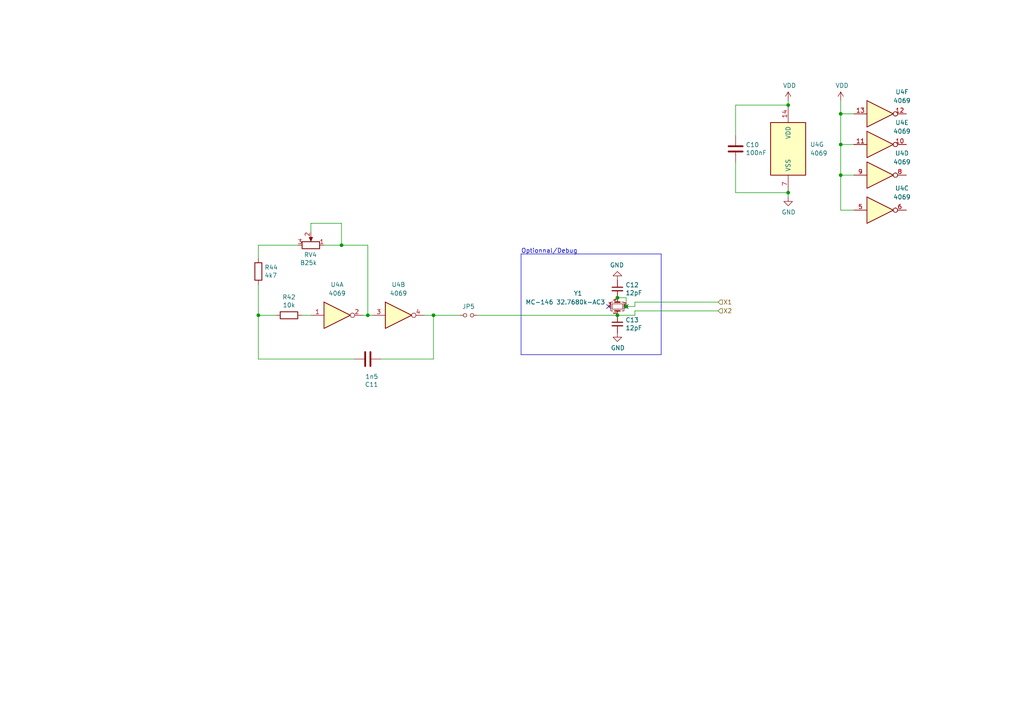
<source format=kicad_sch>
(kicad_sch
	(version 20250114)
	(generator "eeschema")
	(generator_version "9.0")
	(uuid "8e3d6f76-2f26-4b40-99ed-421df7e0b6bb")
	(paper "A4")
	(title_block
		(title "Oscillator")
	)
	(lib_symbols
		(symbol "4xxx:4069"
			(pin_names
				(offset 1.016)
			)
			(exclude_from_sim no)
			(in_bom yes)
			(on_board yes)
			(property "Reference" "U"
				(at 0 1.27 0)
				(effects
					(font
						(size 1.27 1.27)
					)
				)
			)
			(property "Value" "4069"
				(at 0 -1.27 0)
				(effects
					(font
						(size 1.27 1.27)
					)
				)
			)
			(property "Footprint" ""
				(at 0 0 0)
				(effects
					(font
						(size 1.27 1.27)
					)
					(hide yes)
				)
			)
			(property "Datasheet" "http://www.intersil.com/content/dam/Intersil/documents/cd40/cd4069ubms.pdf"
				(at 0 0 0)
				(effects
					(font
						(size 1.27 1.27)
					)
					(hide yes)
				)
			)
			(property "Description" "Hex inverter"
				(at 0 0 0)
				(effects
					(font
						(size 1.27 1.27)
					)
					(hide yes)
				)
			)
			(property "ki_locked" ""
				(at 0 0 0)
				(effects
					(font
						(size 1.27 1.27)
					)
				)
			)
			(property "ki_keywords" "CMOS NOT"
				(at 0 0 0)
				(effects
					(font
						(size 1.27 1.27)
					)
					(hide yes)
				)
			)
			(property "ki_fp_filters" "DIP?14*"
				(at 0 0 0)
				(effects
					(font
						(size 1.27 1.27)
					)
					(hide yes)
				)
			)
			(symbol "4069_1_0"
				(polyline
					(pts
						(xy -3.81 3.81) (xy -3.81 -3.81) (xy 3.81 0) (xy -3.81 3.81)
					)
					(stroke
						(width 0.254)
						(type default)
					)
					(fill
						(type background)
					)
				)
				(pin input line
					(at -7.62 0 0)
					(length 3.81)
					(name "~"
						(effects
							(font
								(size 1.27 1.27)
							)
						)
					)
					(number "1"
						(effects
							(font
								(size 1.27 1.27)
							)
						)
					)
				)
				(pin output inverted
					(at 7.62 0 180)
					(length 3.81)
					(name "~"
						(effects
							(font
								(size 1.27 1.27)
							)
						)
					)
					(number "2"
						(effects
							(font
								(size 1.27 1.27)
							)
						)
					)
				)
			)
			(symbol "4069_2_0"
				(polyline
					(pts
						(xy -3.81 3.81) (xy -3.81 -3.81) (xy 3.81 0) (xy -3.81 3.81)
					)
					(stroke
						(width 0.254)
						(type default)
					)
					(fill
						(type background)
					)
				)
				(pin input line
					(at -7.62 0 0)
					(length 3.81)
					(name "~"
						(effects
							(font
								(size 1.27 1.27)
							)
						)
					)
					(number "3"
						(effects
							(font
								(size 1.27 1.27)
							)
						)
					)
				)
				(pin output inverted
					(at 7.62 0 180)
					(length 3.81)
					(name "~"
						(effects
							(font
								(size 1.27 1.27)
							)
						)
					)
					(number "4"
						(effects
							(font
								(size 1.27 1.27)
							)
						)
					)
				)
			)
			(symbol "4069_3_0"
				(polyline
					(pts
						(xy -3.81 3.81) (xy -3.81 -3.81) (xy 3.81 0) (xy -3.81 3.81)
					)
					(stroke
						(width 0.254)
						(type default)
					)
					(fill
						(type background)
					)
				)
				(pin input line
					(at -7.62 0 0)
					(length 3.81)
					(name "~"
						(effects
							(font
								(size 1.27 1.27)
							)
						)
					)
					(number "5"
						(effects
							(font
								(size 1.27 1.27)
							)
						)
					)
				)
				(pin output inverted
					(at 7.62 0 180)
					(length 3.81)
					(name "~"
						(effects
							(font
								(size 1.27 1.27)
							)
						)
					)
					(number "6"
						(effects
							(font
								(size 1.27 1.27)
							)
						)
					)
				)
			)
			(symbol "4069_4_0"
				(polyline
					(pts
						(xy -3.81 3.81) (xy -3.81 -3.81) (xy 3.81 0) (xy -3.81 3.81)
					)
					(stroke
						(width 0.254)
						(type default)
					)
					(fill
						(type background)
					)
				)
				(pin input line
					(at -7.62 0 0)
					(length 3.81)
					(name "~"
						(effects
							(font
								(size 1.27 1.27)
							)
						)
					)
					(number "9"
						(effects
							(font
								(size 1.27 1.27)
							)
						)
					)
				)
				(pin output inverted
					(at 7.62 0 180)
					(length 3.81)
					(name "~"
						(effects
							(font
								(size 1.27 1.27)
							)
						)
					)
					(number "8"
						(effects
							(font
								(size 1.27 1.27)
							)
						)
					)
				)
			)
			(symbol "4069_5_0"
				(polyline
					(pts
						(xy -3.81 3.81) (xy -3.81 -3.81) (xy 3.81 0) (xy -3.81 3.81)
					)
					(stroke
						(width 0.254)
						(type default)
					)
					(fill
						(type background)
					)
				)
				(pin input line
					(at -7.62 0 0)
					(length 3.81)
					(name "~"
						(effects
							(font
								(size 1.27 1.27)
							)
						)
					)
					(number "11"
						(effects
							(font
								(size 1.27 1.27)
							)
						)
					)
				)
				(pin output inverted
					(at 7.62 0 180)
					(length 3.81)
					(name "~"
						(effects
							(font
								(size 1.27 1.27)
							)
						)
					)
					(number "10"
						(effects
							(font
								(size 1.27 1.27)
							)
						)
					)
				)
			)
			(symbol "4069_6_0"
				(polyline
					(pts
						(xy -3.81 3.81) (xy -3.81 -3.81) (xy 3.81 0) (xy -3.81 3.81)
					)
					(stroke
						(width 0.254)
						(type default)
					)
					(fill
						(type background)
					)
				)
				(pin input line
					(at -7.62 0 0)
					(length 3.81)
					(name "~"
						(effects
							(font
								(size 1.27 1.27)
							)
						)
					)
					(number "13"
						(effects
							(font
								(size 1.27 1.27)
							)
						)
					)
				)
				(pin output inverted
					(at 7.62 0 180)
					(length 3.81)
					(name "~"
						(effects
							(font
								(size 1.27 1.27)
							)
						)
					)
					(number "12"
						(effects
							(font
								(size 1.27 1.27)
							)
						)
					)
				)
			)
			(symbol "4069_7_0"
				(pin power_in line
					(at 0 12.7 270)
					(length 5.08)
					(name "VDD"
						(effects
							(font
								(size 1.27 1.27)
							)
						)
					)
					(number "14"
						(effects
							(font
								(size 1.27 1.27)
							)
						)
					)
				)
				(pin power_in line
					(at 0 -12.7 90)
					(length 5.08)
					(name "VSS"
						(effects
							(font
								(size 1.27 1.27)
							)
						)
					)
					(number "7"
						(effects
							(font
								(size 1.27 1.27)
							)
						)
					)
				)
			)
			(symbol "4069_7_1"
				(rectangle
					(start -5.08 7.62)
					(end 5.08 -7.62)
					(stroke
						(width 0.254)
						(type default)
					)
					(fill
						(type background)
					)
				)
			)
			(embedded_fonts no)
		)
		(symbol "Device:C"
			(pin_numbers
				(hide yes)
			)
			(pin_names
				(offset 0.254)
			)
			(exclude_from_sim no)
			(in_bom yes)
			(on_board yes)
			(property "Reference" "C"
				(at 0.635 2.54 0)
				(effects
					(font
						(size 1.27 1.27)
					)
					(justify left)
				)
			)
			(property "Value" "C"
				(at 0.635 -2.54 0)
				(effects
					(font
						(size 1.27 1.27)
					)
					(justify left)
				)
			)
			(property "Footprint" ""
				(at 0.9652 -3.81 0)
				(effects
					(font
						(size 1.27 1.27)
					)
					(hide yes)
				)
			)
			(property "Datasheet" "~"
				(at 0 0 0)
				(effects
					(font
						(size 1.27 1.27)
					)
					(hide yes)
				)
			)
			(property "Description" "Unpolarized capacitor"
				(at 0 0 0)
				(effects
					(font
						(size 1.27 1.27)
					)
					(hide yes)
				)
			)
			(property "ki_keywords" "cap capacitor"
				(at 0 0 0)
				(effects
					(font
						(size 1.27 1.27)
					)
					(hide yes)
				)
			)
			(property "ki_fp_filters" "C_*"
				(at 0 0 0)
				(effects
					(font
						(size 1.27 1.27)
					)
					(hide yes)
				)
			)
			(symbol "C_0_1"
				(polyline
					(pts
						(xy -2.032 0.762) (xy 2.032 0.762)
					)
					(stroke
						(width 0.508)
						(type default)
					)
					(fill
						(type none)
					)
				)
				(polyline
					(pts
						(xy -2.032 -0.762) (xy 2.032 -0.762)
					)
					(stroke
						(width 0.508)
						(type default)
					)
					(fill
						(type none)
					)
				)
			)
			(symbol "C_1_1"
				(pin passive line
					(at 0 3.81 270)
					(length 2.794)
					(name "~"
						(effects
							(font
								(size 1.27 1.27)
							)
						)
					)
					(number "1"
						(effects
							(font
								(size 1.27 1.27)
							)
						)
					)
				)
				(pin passive line
					(at 0 -3.81 90)
					(length 2.794)
					(name "~"
						(effects
							(font
								(size 1.27 1.27)
							)
						)
					)
					(number "2"
						(effects
							(font
								(size 1.27 1.27)
							)
						)
					)
				)
			)
			(embedded_fonts no)
		)
		(symbol "Device:C_Small"
			(pin_numbers
				(hide yes)
			)
			(pin_names
				(offset 0.254)
				(hide yes)
			)
			(exclude_from_sim no)
			(in_bom yes)
			(on_board yes)
			(property "Reference" "C"
				(at 0.254 1.778 0)
				(effects
					(font
						(size 1.27 1.27)
					)
					(justify left)
				)
			)
			(property "Value" "C_Small"
				(at 0.254 -2.032 0)
				(effects
					(font
						(size 1.27 1.27)
					)
					(justify left)
				)
			)
			(property "Footprint" ""
				(at 0 0 0)
				(effects
					(font
						(size 1.27 1.27)
					)
					(hide yes)
				)
			)
			(property "Datasheet" "~"
				(at 0 0 0)
				(effects
					(font
						(size 1.27 1.27)
					)
					(hide yes)
				)
			)
			(property "Description" "Unpolarized capacitor, small symbol"
				(at 0 0 0)
				(effects
					(font
						(size 1.27 1.27)
					)
					(hide yes)
				)
			)
			(property "ki_keywords" "capacitor cap"
				(at 0 0 0)
				(effects
					(font
						(size 1.27 1.27)
					)
					(hide yes)
				)
			)
			(property "ki_fp_filters" "C_*"
				(at 0 0 0)
				(effects
					(font
						(size 1.27 1.27)
					)
					(hide yes)
				)
			)
			(symbol "C_Small_0_1"
				(polyline
					(pts
						(xy -1.524 0.508) (xy 1.524 0.508)
					)
					(stroke
						(width 0.3048)
						(type default)
					)
					(fill
						(type none)
					)
				)
				(polyline
					(pts
						(xy -1.524 -0.508) (xy 1.524 -0.508)
					)
					(stroke
						(width 0.3302)
						(type default)
					)
					(fill
						(type none)
					)
				)
			)
			(symbol "C_Small_1_1"
				(pin passive line
					(at 0 2.54 270)
					(length 2.032)
					(name "~"
						(effects
							(font
								(size 1.27 1.27)
							)
						)
					)
					(number "1"
						(effects
							(font
								(size 1.27 1.27)
							)
						)
					)
				)
				(pin passive line
					(at 0 -2.54 90)
					(length 2.032)
					(name "~"
						(effects
							(font
								(size 1.27 1.27)
							)
						)
					)
					(number "2"
						(effects
							(font
								(size 1.27 1.27)
							)
						)
					)
				)
			)
			(embedded_fonts no)
		)
		(symbol "Device:Crystal_GND23_Small"
			(pin_names
				(offset 1.016)
				(hide yes)
			)
			(exclude_from_sim no)
			(in_bom yes)
			(on_board yes)
			(property "Reference" "Y"
				(at 1.27 4.445 0)
				(effects
					(font
						(size 1.27 1.27)
					)
					(justify left)
				)
			)
			(property "Value" "Crystal_GND23_Small"
				(at 1.27 2.54 0)
				(effects
					(font
						(size 1.27 1.27)
					)
					(justify left)
				)
			)
			(property "Footprint" ""
				(at 0 0 0)
				(effects
					(font
						(size 1.27 1.27)
					)
					(hide yes)
				)
			)
			(property "Datasheet" "~"
				(at 0 0 0)
				(effects
					(font
						(size 1.27 1.27)
					)
					(hide yes)
				)
			)
			(property "Description" "Four pin crystal, GND on pins 2 and 3, small symbol"
				(at 0 0 0)
				(effects
					(font
						(size 1.27 1.27)
					)
					(hide yes)
				)
			)
			(property "ki_keywords" "quartz ceramic resonator oscillator"
				(at 0 0 0)
				(effects
					(font
						(size 1.27 1.27)
					)
					(hide yes)
				)
			)
			(property "ki_fp_filters" "Crystal*"
				(at 0 0 0)
				(effects
					(font
						(size 1.27 1.27)
					)
					(hide yes)
				)
			)
			(symbol "Crystal_GND23_Small_0_1"
				(polyline
					(pts
						(xy -1.27 1.27) (xy -1.27 1.905) (xy 1.27 1.905) (xy 1.27 1.27)
					)
					(stroke
						(width 0)
						(type default)
					)
					(fill
						(type none)
					)
				)
				(polyline
					(pts
						(xy -1.27 -0.762) (xy -1.27 0.762)
					)
					(stroke
						(width 0.381)
						(type default)
					)
					(fill
						(type none)
					)
				)
				(polyline
					(pts
						(xy -1.27 -1.27) (xy -1.27 -1.905) (xy 1.27 -1.905) (xy 1.27 -1.27)
					)
					(stroke
						(width 0)
						(type default)
					)
					(fill
						(type none)
					)
				)
				(rectangle
					(start -0.762 -1.524)
					(end 0.762 1.524)
					(stroke
						(width 0)
						(type default)
					)
					(fill
						(type none)
					)
				)
				(polyline
					(pts
						(xy 1.27 -0.762) (xy 1.27 0.762)
					)
					(stroke
						(width 0.381)
						(type default)
					)
					(fill
						(type none)
					)
				)
			)
			(symbol "Crystal_GND23_Small_1_1"
				(pin passive line
					(at -2.54 0 0)
					(length 1.27)
					(name "1"
						(effects
							(font
								(size 1.27 1.27)
							)
						)
					)
					(number "1"
						(effects
							(font
								(size 0.762 0.762)
							)
						)
					)
				)
				(pin passive line
					(at 0 2.54 270)
					(length 0.635)
					(name "3"
						(effects
							(font
								(size 1.27 1.27)
							)
						)
					)
					(number "3"
						(effects
							(font
								(size 0.762 0.762)
							)
						)
					)
				)
				(pin passive line
					(at 0 -2.54 90)
					(length 0.635)
					(name "2"
						(effects
							(font
								(size 1.27 1.27)
							)
						)
					)
					(number "2"
						(effects
							(font
								(size 0.762 0.762)
							)
						)
					)
				)
				(pin passive line
					(at 2.54 0 180)
					(length 1.27)
					(name "4"
						(effects
							(font
								(size 1.27 1.27)
							)
						)
					)
					(number "4"
						(effects
							(font
								(size 0.762 0.762)
							)
						)
					)
				)
			)
			(embedded_fonts no)
		)
		(symbol "Device:R"
			(pin_numbers
				(hide yes)
			)
			(pin_names
				(offset 0)
			)
			(exclude_from_sim no)
			(in_bom yes)
			(on_board yes)
			(property "Reference" "R"
				(at 2.032 0 90)
				(effects
					(font
						(size 1.27 1.27)
					)
				)
			)
			(property "Value" "R"
				(at 0 0 90)
				(effects
					(font
						(size 1.27 1.27)
					)
				)
			)
			(property "Footprint" ""
				(at -1.778 0 90)
				(effects
					(font
						(size 1.27 1.27)
					)
					(hide yes)
				)
			)
			(property "Datasheet" "~"
				(at 0 0 0)
				(effects
					(font
						(size 1.27 1.27)
					)
					(hide yes)
				)
			)
			(property "Description" "Resistor"
				(at 0 0 0)
				(effects
					(font
						(size 1.27 1.27)
					)
					(hide yes)
				)
			)
			(property "ki_keywords" "R res resistor"
				(at 0 0 0)
				(effects
					(font
						(size 1.27 1.27)
					)
					(hide yes)
				)
			)
			(property "ki_fp_filters" "R_*"
				(at 0 0 0)
				(effects
					(font
						(size 1.27 1.27)
					)
					(hide yes)
				)
			)
			(symbol "R_0_1"
				(rectangle
					(start -1.016 -2.54)
					(end 1.016 2.54)
					(stroke
						(width 0.254)
						(type default)
					)
					(fill
						(type none)
					)
				)
			)
			(symbol "R_1_1"
				(pin passive line
					(at 0 3.81 270)
					(length 1.27)
					(name "~"
						(effects
							(font
								(size 1.27 1.27)
							)
						)
					)
					(number "1"
						(effects
							(font
								(size 1.27 1.27)
							)
						)
					)
				)
				(pin passive line
					(at 0 -3.81 90)
					(length 1.27)
					(name "~"
						(effects
							(font
								(size 1.27 1.27)
							)
						)
					)
					(number "2"
						(effects
							(font
								(size 1.27 1.27)
							)
						)
					)
				)
			)
			(embedded_fonts no)
		)
		(symbol "FV1-rescue:Jumper_NO_Small-Device"
			(pin_numbers
				(hide yes)
			)
			(pin_names
				(offset 0.762)
				(hide yes)
			)
			(exclude_from_sim no)
			(in_bom yes)
			(on_board yes)
			(property "Reference" "JP"
				(at 0 2.032 0)
				(effects
					(font
						(size 1.27 1.27)
					)
				)
			)
			(property "Value" "Device_Jumper_NO_Small"
				(at 0.254 -1.524 0)
				(effects
					(font
						(size 1.27 1.27)
					)
				)
			)
			(property "Footprint" ""
				(at 0 0 0)
				(effects
					(font
						(size 1.27 1.27)
					)
					(hide yes)
				)
			)
			(property "Datasheet" ""
				(at 0 0 0)
				(effects
					(font
						(size 1.27 1.27)
					)
					(hide yes)
				)
			)
			(property "Description" ""
				(at 0 0 0)
				(effects
					(font
						(size 1.27 1.27)
					)
					(hide yes)
				)
			)
			(property "ki_fp_filters" "SolderJumper*Open* Jumper* TestPoint*2Pads* TestPoint*Bridge*"
				(at 0 0 0)
				(effects
					(font
						(size 1.27 1.27)
					)
					(hide yes)
				)
			)
			(symbol "Jumper_NO_Small-Device_0_1"
				(circle
					(center -1.016 0)
					(radius 0.508)
					(stroke
						(width 0)
						(type solid)
					)
					(fill
						(type none)
					)
				)
				(circle
					(center 1.016 0)
					(radius 0.508)
					(stroke
						(width 0)
						(type solid)
					)
					(fill
						(type none)
					)
				)
				(pin passive line
					(at -2.54 0 0)
					(length 1.016)
					(name "1"
						(effects
							(font
								(size 1.27 1.27)
							)
						)
					)
					(number "1"
						(effects
							(font
								(size 1.27 1.27)
							)
						)
					)
				)
				(pin passive line
					(at 2.54 0 180)
					(length 1.016)
					(name "2"
						(effects
							(font
								(size 1.27 1.27)
							)
						)
					)
					(number "2"
						(effects
							(font
								(size 1.27 1.27)
							)
						)
					)
				)
			)
			(embedded_fonts no)
		)
		(symbol "FV1-rescue:R_POT-Device"
			(pin_names
				(offset 1.016)
				(hide yes)
			)
			(exclude_from_sim no)
			(in_bom yes)
			(on_board yes)
			(property "Reference" "RV"
				(at -4.445 0 90)
				(effects
					(font
						(size 1.27 1.27)
					)
				)
			)
			(property "Value" "Device_R_POT"
				(at -2.54 0 90)
				(effects
					(font
						(size 1.27 1.27)
					)
				)
			)
			(property "Footprint" ""
				(at 0 0 0)
				(effects
					(font
						(size 1.27 1.27)
					)
					(hide yes)
				)
			)
			(property "Datasheet" ""
				(at 0 0 0)
				(effects
					(font
						(size 1.27 1.27)
					)
					(hide yes)
				)
			)
			(property "Description" ""
				(at 0 0 0)
				(effects
					(font
						(size 1.27 1.27)
					)
					(hide yes)
				)
			)
			(property "ki_fp_filters" "Potentiometer*"
				(at 0 0 0)
				(effects
					(font
						(size 1.27 1.27)
					)
					(hide yes)
				)
			)
			(symbol "R_POT-Device_0_1"
				(rectangle
					(start 1.016 2.54)
					(end -1.016 -2.54)
					(stroke
						(width 0.254)
						(type solid)
					)
					(fill
						(type none)
					)
				)
				(polyline
					(pts
						(xy 1.143 0) (xy 2.286 0.508) (xy 2.286 -0.508) (xy 1.143 0)
					)
					(stroke
						(width 0)
						(type solid)
					)
					(fill
						(type outline)
					)
				)
				(polyline
					(pts
						(xy 2.54 0) (xy 1.524 0)
					)
					(stroke
						(width 0)
						(type solid)
					)
					(fill
						(type none)
					)
				)
			)
			(symbol "R_POT-Device_1_1"
				(pin passive line
					(at 0 3.81 270)
					(length 1.27)
					(name "1"
						(effects
							(font
								(size 1.27 1.27)
							)
						)
					)
					(number "1"
						(effects
							(font
								(size 1.27 1.27)
							)
						)
					)
				)
				(pin passive line
					(at 0 -3.81 90)
					(length 1.27)
					(name "3"
						(effects
							(font
								(size 1.27 1.27)
							)
						)
					)
					(number "3"
						(effects
							(font
								(size 1.27 1.27)
							)
						)
					)
				)
				(pin passive line
					(at 3.81 0 180)
					(length 1.27)
					(name "2"
						(effects
							(font
								(size 1.27 1.27)
							)
						)
					)
					(number "2"
						(effects
							(font
								(size 1.27 1.27)
							)
						)
					)
				)
			)
			(embedded_fonts no)
		)
		(symbol "power:GND"
			(power)
			(pin_names
				(offset 0)
			)
			(exclude_from_sim no)
			(in_bom yes)
			(on_board yes)
			(property "Reference" "#PWR"
				(at 0 -6.35 0)
				(effects
					(font
						(size 1.27 1.27)
					)
					(hide yes)
				)
			)
			(property "Value" "GND"
				(at 0 -3.81 0)
				(effects
					(font
						(size 1.27 1.27)
					)
				)
			)
			(property "Footprint" ""
				(at 0 0 0)
				(effects
					(font
						(size 1.27 1.27)
					)
					(hide yes)
				)
			)
			(property "Datasheet" ""
				(at 0 0 0)
				(effects
					(font
						(size 1.27 1.27)
					)
					(hide yes)
				)
			)
			(property "Description" "Power symbol creates a global label with name \"GND\" , ground"
				(at 0 0 0)
				(effects
					(font
						(size 1.27 1.27)
					)
					(hide yes)
				)
			)
			(property "ki_keywords" "global power"
				(at 0 0 0)
				(effects
					(font
						(size 1.27 1.27)
					)
					(hide yes)
				)
			)
			(symbol "GND_0_1"
				(polyline
					(pts
						(xy 0 0) (xy 0 -1.27) (xy 1.27 -1.27) (xy 0 -2.54) (xy -1.27 -1.27) (xy 0 -1.27)
					)
					(stroke
						(width 0)
						(type default)
					)
					(fill
						(type none)
					)
				)
			)
			(symbol "GND_1_1"
				(pin power_in line
					(at 0 0 270)
					(length 0)
					(hide yes)
					(name "GND"
						(effects
							(font
								(size 1.27 1.27)
							)
						)
					)
					(number "1"
						(effects
							(font
								(size 1.27 1.27)
							)
						)
					)
				)
			)
			(embedded_fonts no)
		)
		(symbol "power:VDD"
			(power)
			(pin_names
				(offset 0)
			)
			(exclude_from_sim no)
			(in_bom yes)
			(on_board yes)
			(property "Reference" "#PWR"
				(at 0 -3.81 0)
				(effects
					(font
						(size 1.27 1.27)
					)
					(hide yes)
				)
			)
			(property "Value" "VDD"
				(at 0 3.81 0)
				(effects
					(font
						(size 1.27 1.27)
					)
				)
			)
			(property "Footprint" ""
				(at 0 0 0)
				(effects
					(font
						(size 1.27 1.27)
					)
					(hide yes)
				)
			)
			(property "Datasheet" ""
				(at 0 0 0)
				(effects
					(font
						(size 1.27 1.27)
					)
					(hide yes)
				)
			)
			(property "Description" "Power symbol creates a global label with name \"VDD\""
				(at 0 0 0)
				(effects
					(font
						(size 1.27 1.27)
					)
					(hide yes)
				)
			)
			(property "ki_keywords" "global power"
				(at 0 0 0)
				(effects
					(font
						(size 1.27 1.27)
					)
					(hide yes)
				)
			)
			(symbol "VDD_0_1"
				(polyline
					(pts
						(xy -0.762 1.27) (xy 0 2.54)
					)
					(stroke
						(width 0)
						(type default)
					)
					(fill
						(type none)
					)
				)
				(polyline
					(pts
						(xy 0 2.54) (xy 0.762 1.27)
					)
					(stroke
						(width 0)
						(type default)
					)
					(fill
						(type none)
					)
				)
				(polyline
					(pts
						(xy 0 0) (xy 0 2.54)
					)
					(stroke
						(width 0)
						(type default)
					)
					(fill
						(type none)
					)
				)
			)
			(symbol "VDD_1_1"
				(pin power_in line
					(at 0 0 90)
					(length 0)
					(hide yes)
					(name "VDD"
						(effects
							(font
								(size 1.27 1.27)
							)
						)
					)
					(number "1"
						(effects
							(font
								(size 1.27 1.27)
							)
						)
					)
				)
			)
			(embedded_fonts no)
		)
	)
	(text "Optionnal/Debug"
		(exclude_from_sim no)
		(at 151.13 73.66 0)
		(effects
			(font
				(size 1.27 1.27)
			)
			(justify left bottom)
		)
		(uuid "e8b279ab-e506-47f3-bd88-60a98de3aec4")
	)
	(junction
		(at 179.07 86.36)
		(diameter 0)
		(color 0 0 0 0)
		(uuid "0912e9a2-8132-4d3a-86bd-8a053ca12055")
	)
	(junction
		(at 228.6 55.88)
		(diameter 0)
		(color 0 0 0 0)
		(uuid "0d219acc-accc-47eb-860d-f619cba68b22")
	)
	(junction
		(at 179.07 91.44)
		(diameter 0)
		(color 0 0 0 0)
		(uuid "2fb2c493-24b4-4176-a7df-11e4a62383ac")
	)
	(junction
		(at 106.68 91.44)
		(diameter 0)
		(color 0 0 0 0)
		(uuid "8a38dfcc-6ee7-47b6-8ebc-9b6181ed4880")
	)
	(junction
		(at 125.73 91.44)
		(diameter 0)
		(color 0 0 0 0)
		(uuid "8b98f557-a76b-4e8c-8e8f-a510b5802572")
	)
	(junction
		(at 243.84 33.02)
		(diameter 0)
		(color 0 0 0 0)
		(uuid "9e1159ce-a7ce-4f51-8adb-97e89e696291")
	)
	(junction
		(at 243.84 41.91)
		(diameter 0)
		(color 0 0 0 0)
		(uuid "9e489fd2-ffd0-4a9e-b509-567b9bc73eac")
	)
	(junction
		(at 99.06 71.12)
		(diameter 0)
		(color 0 0 0 0)
		(uuid "a4a72528-f8f0-479d-b683-c31f4d834831")
	)
	(junction
		(at 228.6 30.48)
		(diameter 0)
		(color 0 0 0 0)
		(uuid "b8239c96-9e16-464d-88cb-11cd01a467e4")
	)
	(junction
		(at 243.84 50.8)
		(diameter 0)
		(color 0 0 0 0)
		(uuid "dacc1575-c207-449d-b558-46712a039b9d")
	)
	(junction
		(at 74.93 91.44)
		(diameter 0)
		(color 0 0 0 0)
		(uuid "e68bb882-e85e-4ccb-9756-ac25fe2fd49b")
	)
	(junction
		(at 181.61 88.9)
		(diameter 0)
		(color 0 0 0 0)
		(uuid "f8a8a69b-653e-4484-8fff-67a02fcfb5e7")
	)
	(no_connect
		(at 176.53 88.9)
		(uuid "2ee0561a-1358-4f02-ad13-5544a891a431")
	)
	(no_connect
		(at 181.61 88.9)
		(uuid "e2224597-2492-4262-9167-e85617bb1f31")
	)
	(polyline
		(pts
			(xy 151.13 102.87) (xy 191.77 102.87)
		)
		(stroke
			(width 0)
			(type default)
		)
		(uuid "02f27e36-9299-468c-9f36-807d2dbf4874")
	)
	(wire
		(pts
			(xy 102.87 104.14) (xy 74.93 104.14)
		)
		(stroke
			(width 0)
			(type default)
		)
		(uuid "04444d44-98d9-4f82-9201-c344f4ccedb9")
	)
	(wire
		(pts
			(xy 228.6 29.21) (xy 228.6 30.48)
		)
		(stroke
			(width 0)
			(type default)
		)
		(uuid "104096cd-1b5e-4698-98c3-f8f36c191bb5")
	)
	(polyline
		(pts
			(xy 151.13 73.66) (xy 191.77 73.66)
		)
		(stroke
			(width 0)
			(type default)
		)
		(uuid "142f5acd-03a4-4de2-b298-cbf1c8ab4acf")
	)
	(wire
		(pts
			(xy 179.07 86.36) (xy 181.61 86.36)
		)
		(stroke
			(width 0)
			(type default)
		)
		(uuid "21c28985-d259-41f8-9cd0-20412fb0865f")
	)
	(polyline
		(pts
			(xy 151.13 73.66) (xy 151.13 102.87)
		)
		(stroke
			(width 0)
			(type default)
		)
		(uuid "24cae60b-977b-4022-a908-bba097a2afaf")
	)
	(wire
		(pts
			(xy 110.49 104.14) (xy 125.73 104.14)
		)
		(stroke
			(width 0)
			(type default)
		)
		(uuid "253c3dfb-cac4-4e22-8eac-bfa11df66cfa")
	)
	(wire
		(pts
			(xy 184.15 91.44) (xy 184.15 90.17)
		)
		(stroke
			(width 0)
			(type default)
		)
		(uuid "2a3d5da7-2116-4c27-8780-0022c0815559")
	)
	(wire
		(pts
			(xy 106.68 71.12) (xy 106.68 91.44)
		)
		(stroke
			(width 0)
			(type default)
		)
		(uuid "2b508333-41cf-47cd-b816-f0ac399e93b5")
	)
	(wire
		(pts
			(xy 99.06 64.77) (xy 99.06 71.12)
		)
		(stroke
			(width 0)
			(type default)
		)
		(uuid "312ad0f5-198a-4499-b954-31ff11fadcee")
	)
	(polyline
		(pts
			(xy 191.77 73.66) (xy 191.77 102.87)
		)
		(stroke
			(width 0)
			(type default)
		)
		(uuid "327a061a-2c30-460b-a489-e595921cfb59")
	)
	(wire
		(pts
			(xy 87.63 91.44) (xy 90.17 91.44)
		)
		(stroke
			(width 0)
			(type default)
		)
		(uuid "332d4f36-aa74-4588-83b4-514ea0e917d9")
	)
	(wire
		(pts
			(xy 106.68 91.44) (xy 107.95 91.44)
		)
		(stroke
			(width 0)
			(type default)
		)
		(uuid "346378d8-6a98-47b0-9a7c-3ba950752fb5")
	)
	(wire
		(pts
			(xy 213.36 39.37) (xy 213.36 30.48)
		)
		(stroke
			(width 0)
			(type default)
		)
		(uuid "362bee72-d090-43de-ac55-c47b1a32a308")
	)
	(wire
		(pts
			(xy 243.84 60.96) (xy 247.65 60.96)
		)
		(stroke
			(width 0)
			(type default)
		)
		(uuid "3fcdf4a7-a190-4b68-bdfb-9a61a10860a1")
	)
	(wire
		(pts
			(xy 243.84 41.91) (xy 243.84 50.8)
		)
		(stroke
			(width 0)
			(type default)
		)
		(uuid "4759222b-272b-4da4-8f3c-9e8e5efeecf3")
	)
	(wire
		(pts
			(xy 181.61 86.36) (xy 181.61 88.9)
		)
		(stroke
			(width 0)
			(type default)
		)
		(uuid "4ab7628a-677e-4ec3-8078-b878212a8db9")
	)
	(wire
		(pts
			(xy 90.17 64.77) (xy 99.06 64.77)
		)
		(stroke
			(width 0)
			(type default)
		)
		(uuid "4b7b2e61-b9a0-4b3f-a589-b90f8ec6a98f")
	)
	(wire
		(pts
			(xy 99.06 71.12) (xy 106.68 71.12)
		)
		(stroke
			(width 0)
			(type default)
		)
		(uuid "4c2a57f9-9146-4119-9f18-fafb9ac403a9")
	)
	(wire
		(pts
			(xy 123.19 91.44) (xy 125.73 91.44)
		)
		(stroke
			(width 0)
			(type default)
		)
		(uuid "501f872d-477c-4ec1-9543-dcefbc7e33d3")
	)
	(wire
		(pts
			(xy 213.36 55.88) (xy 228.6 55.88)
		)
		(stroke
			(width 0)
			(type default)
		)
		(uuid "677214db-937a-4ff3-84fd-1913e21a1992")
	)
	(wire
		(pts
			(xy 243.84 33.02) (xy 243.84 41.91)
		)
		(stroke
			(width 0)
			(type default)
		)
		(uuid "6bf45728-70dd-4875-b3bc-1a3076da58c1")
	)
	(wire
		(pts
			(xy 213.36 30.48) (xy 228.6 30.48)
		)
		(stroke
			(width 0)
			(type default)
		)
		(uuid "72c17901-8bf6-4215-affd-88b1ddebe58f")
	)
	(wire
		(pts
			(xy 184.15 87.63) (xy 208.28 87.63)
		)
		(stroke
			(width 0)
			(type default)
		)
		(uuid "744bed8a-3324-4968-9ef4-e447fe4039fd")
	)
	(wire
		(pts
			(xy 74.93 91.44) (xy 80.01 91.44)
		)
		(stroke
			(width 0)
			(type default)
		)
		(uuid "75da368e-a73d-402c-bfd0-d57d225e844b")
	)
	(wire
		(pts
			(xy 213.36 46.99) (xy 213.36 55.88)
		)
		(stroke
			(width 0)
			(type default)
		)
		(uuid "7c66721d-4bf8-490e-9091-5a41fc674398")
	)
	(wire
		(pts
			(xy 74.93 104.14) (xy 74.93 91.44)
		)
		(stroke
			(width 0)
			(type default)
		)
		(uuid "8681a106-5bf6-4dd1-83fa-3fc59b790f0f")
	)
	(wire
		(pts
			(xy 74.93 71.12) (xy 86.36 71.12)
		)
		(stroke
			(width 0)
			(type default)
		)
		(uuid "a1f34f30-0620-4f8c-b837-7b90aa01312c")
	)
	(wire
		(pts
			(xy 74.93 74.93) (xy 74.93 71.12)
		)
		(stroke
			(width 0)
			(type default)
		)
		(uuid "a36e0989-4928-4ed2-ad0f-7da8ce333b97")
	)
	(wire
		(pts
			(xy 93.98 71.12) (xy 99.06 71.12)
		)
		(stroke
			(width 0)
			(type default)
		)
		(uuid "a58b124a-88e5-4186-9eb2-eac6ddacfae0")
	)
	(wire
		(pts
			(xy 105.41 91.44) (xy 106.68 91.44)
		)
		(stroke
			(width 0)
			(type default)
		)
		(uuid "a97f8dc8-27bd-4352-98b7-d50fcf125ea0")
	)
	(wire
		(pts
			(xy 125.73 104.14) (xy 125.73 91.44)
		)
		(stroke
			(width 0)
			(type default)
		)
		(uuid "aa86337d-0e2b-4a75-9d0f-62703371f3e2")
	)
	(wire
		(pts
			(xy 243.84 33.02) (xy 247.65 33.02)
		)
		(stroke
			(width 0)
			(type default)
		)
		(uuid "ac683dbb-2145-420d-b96f-3ee30664f08e")
	)
	(wire
		(pts
			(xy 90.17 67.31) (xy 90.17 64.77)
		)
		(stroke
			(width 0)
			(type default)
		)
		(uuid "b203ab39-86b6-482a-9495-61ac85301c7b")
	)
	(wire
		(pts
			(xy 138.43 91.44) (xy 179.07 91.44)
		)
		(stroke
			(width 0)
			(type default)
		)
		(uuid "c34171a1-c900-4d6b-b2cd-5b0f12bf726e")
	)
	(wire
		(pts
			(xy 179.07 91.44) (xy 184.15 91.44)
		)
		(stroke
			(width 0)
			(type default)
		)
		(uuid "c4e1da7f-e803-4612-a6bf-faa9d2ceb15d")
	)
	(wire
		(pts
			(xy 243.84 50.8) (xy 243.84 60.96)
		)
		(stroke
			(width 0)
			(type default)
		)
		(uuid "c5f44b0c-539c-4027-ae14-54e6e4389964")
	)
	(wire
		(pts
			(xy 243.84 29.21) (xy 243.84 33.02)
		)
		(stroke
			(width 0)
			(type default)
		)
		(uuid "c83d77d9-29f9-4456-afce-cc4deab68747")
	)
	(wire
		(pts
			(xy 184.15 88.9) (xy 184.15 87.63)
		)
		(stroke
			(width 0)
			(type default)
		)
		(uuid "c8f915a6-e75f-4faa-a67d-f3dff5790c12")
	)
	(wire
		(pts
			(xy 243.84 41.91) (xy 247.65 41.91)
		)
		(stroke
			(width 0)
			(type default)
		)
		(uuid "cbf81013-de07-4d53-9c4e-348536576dab")
	)
	(wire
		(pts
			(xy 228.6 55.88) (xy 228.6 57.15)
		)
		(stroke
			(width 0)
			(type default)
		)
		(uuid "d95eba75-5a30-4cb6-9228-04b09978dc76")
	)
	(wire
		(pts
			(xy 184.15 90.17) (xy 208.28 90.17)
		)
		(stroke
			(width 0)
			(type default)
		)
		(uuid "e3161a03-7f73-4fa7-98ad-695a7e2a1765")
	)
	(wire
		(pts
			(xy 74.93 82.55) (xy 74.93 91.44)
		)
		(stroke
			(width 0)
			(type default)
		)
		(uuid "ee1a2077-7f64-438c-9380-397bb87ac505")
	)
	(wire
		(pts
			(xy 125.73 91.44) (xy 133.35 91.44)
		)
		(stroke
			(width 0)
			(type default)
		)
		(uuid "f7993d3b-0b88-462e-80e6-cb34fce5f8be")
	)
	(wire
		(pts
			(xy 184.15 88.9) (xy 181.61 88.9)
		)
		(stroke
			(width 0)
			(type default)
		)
		(uuid "f87fb034-7e5a-4606-8d95-8744f66f632c")
	)
	(wire
		(pts
			(xy 243.84 50.8) (xy 247.65 50.8)
		)
		(stroke
			(width 0)
			(type default)
		)
		(uuid "ffc16e20-5d45-440b-80f5-b186a521f031")
	)
	(hierarchical_label "X1"
		(shape input)
		(at 208.28 87.63 0)
		(effects
			(font
				(size 1.27 1.27)
			)
			(justify left)
		)
		(uuid "0bb6ed0c-0905-4c16-b2be-d6fd203235ef")
	)
	(hierarchical_label "X2"
		(shape input)
		(at 208.28 90.17 0)
		(effects
			(font
				(size 1.27 1.27)
			)
			(justify left)
		)
		(uuid "81ff2e97-89f4-42fd-b202-2fc9c56f7880")
	)
	(symbol
		(lib_id "FV1-rescue:R_POT-Device")
		(at 90.17 71.12 270)
		(mirror x)
		(unit 1)
		(exclude_from_sim no)
		(in_bom yes)
		(on_board yes)
		(dnp no)
		(uuid "00000000-0000-0000-0000-00005fc0b6b9")
		(property "Reference" "RV4"
			(at 91.948 73.914 90)
			(effects
				(font
					(size 1.27 1.27)
				)
				(justify right)
			)
		)
		(property "Value" "B25k"
			(at 91.948 76.2254 90)
			(effects
				(font
					(size 1.27 1.27)
				)
				(justify right)
			)
		)
		(property "Footprint" "Potentiometer_THT:Potentiometer_Alpha_RD901F-40-00D_Single_Vertical"
			(at 90.17 71.12 0)
			(effects
				(font
					(size 1.27 1.27)
				)
				(hide yes)
			)
		)
		(property "Datasheet" "~"
			(at 90.17 71.12 0)
			(effects
				(font
					(size 1.27 1.27)
				)
				(hide yes)
			)
		)
		(property "Description" ""
			(at 90.17 71.12 0)
			(effects
				(font
					(size 1.27 1.27)
				)
			)
		)
		(pin "1"
			(uuid "e643318b-0f05-49e3-852d-72fd32a426a3")
		)
		(pin "2"
			(uuid "2e76bf2d-bb77-481d-bf88-e2b5a6778b52")
		)
		(pin "3"
			(uuid "5be049bb-3431-4958-b588-f36337e68a0b")
		)
		(instances
			(project "FV1 V2"
				(path "/d75e6218-136e-486d-b032-43bd1b7ceb06/00000000-0000-0000-0000-0000600d113e"
					(reference "RV4")
					(unit 1)
				)
			)
		)
	)
	(symbol
		(lib_id "FV1-rescue:Jumper_NO_Small-Device")
		(at 135.89 91.44 0)
		(unit 1)
		(exclude_from_sim no)
		(in_bom yes)
		(on_board yes)
		(dnp no)
		(uuid "00000000-0000-0000-0000-00005fd0376a")
		(property "Reference" "JP5"
			(at 135.89 88.9 0)
			(effects
				(font
					(size 1.27 1.27)
				)
			)
		)
		(property "Value" "Jumper_NO_Small"
			(at 135.89 89.0524 0)
			(effects
				(font
					(size 1.27 1.27)
				)
				(hide yes)
			)
		)
		(property "Footprint" "Jumper:SolderJumper-2_P1.3mm_Open_RoundedPad1.0x1.5mm"
			(at 135.89 91.44 0)
			(effects
				(font
					(size 1.27 1.27)
				)
				(hide yes)
			)
		)
		(property "Datasheet" "~"
			(at 135.89 91.44 0)
			(effects
				(font
					(size 1.27 1.27)
				)
				(hide yes)
			)
		)
		(property "Description" ""
			(at 135.89 91.44 0)
			(effects
				(font
					(size 1.27 1.27)
				)
			)
		)
		(pin "1"
			(uuid "fe072c18-3319-4b6c-9f81-cdca91b5c11c")
		)
		(pin "2"
			(uuid "654c78b2-fc77-4c8e-bdc9-de8af3f85af8")
		)
		(instances
			(project "FV1"
				(path "/d75e6218-136e-486d-b032-43bd1b7ceb06/00000000-0000-0000-0000-0000600d113e"
					(reference "JP5")
					(unit 1)
				)
			)
		)
	)
	(symbol
		(lib_id "Device:Crystal_GND23_Small")
		(at 179.07 88.9 90)
		(unit 1)
		(exclude_from_sim no)
		(in_bom yes)
		(on_board yes)
		(dnp no)
		(uuid "00000000-0000-0000-0000-0000600dfb36")
		(property "Reference" "Y1"
			(at 166.37 85.09 90)
			(effects
				(font
					(size 1.27 1.27)
				)
				(justify right)
			)
		)
		(property "Value" "MC-146 32.7680k-AC3"
			(at 152.4 87.63 90)
			(effects
				(font
					(size 1.27 1.27)
				)
				(justify right)
			)
		)
		(property "Footprint" "Crystal:Crystal_DS10_D1.0mm_L4.3mm_Horizontal"
			(at 179.07 88.9 0)
			(effects
				(font
					(size 1.27 1.27)
				)
				(hide yes)
			)
		)
		(property "Datasheet" "~"
			(at 179.07 88.9 0)
			(effects
				(font
					(size 1.27 1.27)
				)
				(hide yes)
			)
		)
		(property "Description" ""
			(at 179.07 88.9 0)
			(effects
				(font
					(size 1.27 1.27)
				)
			)
		)
		(pin "1"
			(uuid "c6f97990-312f-4b84-824e-21fb273c83bc")
		)
		(pin "2"
			(uuid "9786bbed-c860-400e-9b1f-49824afa4487")
		)
		(pin "3"
			(uuid "5885373c-2a8b-482c-8c49-6e436f6b6c89")
		)
		(pin "4"
			(uuid "a1001028-4a32-43e7-ae71-b7ff1331e00b")
		)
		(instances
			(project "FV1"
				(path "/d75e6218-136e-486d-b032-43bd1b7ceb06/00000000-0000-0000-0000-0000600d113e"
					(reference "Y1")
					(unit 1)
				)
			)
		)
	)
	(symbol
		(lib_id "Device:C_Small")
		(at 179.07 83.82 0)
		(unit 1)
		(exclude_from_sim no)
		(in_bom yes)
		(on_board yes)
		(dnp no)
		(uuid "00000000-0000-0000-0000-0000600dfb3c")
		(property "Reference" "C12"
			(at 181.4068 82.6516 0)
			(effects
				(font
					(size 1.27 1.27)
				)
				(justify left)
			)
		)
		(property "Value" "12pF"
			(at 181.4068 84.963 0)
			(effects
				(font
					(size 1.27 1.27)
				)
				(justify left)
			)
		)
		(property "Footprint" "Capacitor_SMD:C_0805_2012Metric_Pad1.18x1.45mm_HandSolder"
			(at 179.07 83.82 0)
			(effects
				(font
					(size 1.27 1.27)
				)
				(hide yes)
			)
		)
		(property "Datasheet" "~"
			(at 179.07 83.82 0)
			(effects
				(font
					(size 1.27 1.27)
				)
				(hide yes)
			)
		)
		(property "Description" ""
			(at 179.07 83.82 0)
			(effects
				(font
					(size 1.27 1.27)
				)
			)
		)
		(pin "1"
			(uuid "89d19015-80a2-4e7f-a432-875e20af1ff8")
		)
		(pin "2"
			(uuid "1a6489b4-78ac-41ac-81fd-3e1a289ee6b1")
		)
		(instances
			(project "FV1"
				(path "/d75e6218-136e-486d-b032-43bd1b7ceb06/00000000-0000-0000-0000-0000600d113e"
					(reference "C12")
					(unit 1)
				)
			)
		)
	)
	(symbol
		(lib_id "Device:C_Small")
		(at 179.07 93.98 0)
		(unit 1)
		(exclude_from_sim no)
		(in_bom yes)
		(on_board yes)
		(dnp no)
		(uuid "00000000-0000-0000-0000-0000600dfb42")
		(property "Reference" "C13"
			(at 181.4068 92.8116 0)
			(effects
				(font
					(size 1.27 1.27)
				)
				(justify left)
			)
		)
		(property "Value" "12pF"
			(at 181.4068 95.123 0)
			(effects
				(font
					(size 1.27 1.27)
				)
				(justify left)
			)
		)
		(property "Footprint" "Capacitor_SMD:C_0805_2012Metric_Pad1.18x1.45mm_HandSolder"
			(at 179.07 93.98 0)
			(effects
				(font
					(size 1.27 1.27)
				)
				(hide yes)
			)
		)
		(property "Datasheet" "~"
			(at 179.07 93.98 0)
			(effects
				(font
					(size 1.27 1.27)
				)
				(hide yes)
			)
		)
		(property "Description" ""
			(at 179.07 93.98 0)
			(effects
				(font
					(size 1.27 1.27)
				)
			)
		)
		(pin "1"
			(uuid "5488071a-9db4-4966-9a99-9a7508fd2405")
		)
		(pin "2"
			(uuid "a9286a37-ead1-411d-9028-3ec80aa6ee44")
		)
		(instances
			(project "FV1"
				(path "/d75e6218-136e-486d-b032-43bd1b7ceb06/00000000-0000-0000-0000-0000600d113e"
					(reference "C13")
					(unit 1)
				)
			)
		)
	)
	(symbol
		(lib_id "power:GND")
		(at 179.07 96.52 0)
		(unit 1)
		(exclude_from_sim no)
		(in_bom yes)
		(on_board yes)
		(dnp no)
		(uuid "00000000-0000-0000-0000-0000600dfb4e")
		(property "Reference" "#PWR052"
			(at 179.07 102.87 0)
			(effects
				(font
					(size 1.27 1.27)
				)
				(hide yes)
			)
		)
		(property "Value" "GND"
			(at 179.197 100.9142 0)
			(effects
				(font
					(size 1.27 1.27)
				)
			)
		)
		(property "Footprint" ""
			(at 179.07 96.52 0)
			(effects
				(font
					(size 1.27 1.27)
				)
				(hide yes)
			)
		)
		(property "Datasheet" ""
			(at 179.07 96.52 0)
			(effects
				(font
					(size 1.27 1.27)
				)
				(hide yes)
			)
		)
		(property "Description" ""
			(at 179.07 96.52 0)
			(effects
				(font
					(size 1.27 1.27)
				)
			)
		)
		(pin "1"
			(uuid "9a855278-f00b-4df2-8884-4520f2caa9c5")
		)
		(instances
			(project "FV1"
				(path "/d75e6218-136e-486d-b032-43bd1b7ceb06/00000000-0000-0000-0000-0000600d113e"
					(reference "#PWR052")
					(unit 1)
				)
			)
		)
	)
	(symbol
		(lib_id "power:GND")
		(at 179.07 81.28 180)
		(unit 1)
		(exclude_from_sim no)
		(in_bom yes)
		(on_board yes)
		(dnp no)
		(uuid "00000000-0000-0000-0000-0000600dfb54")
		(property "Reference" "#PWR051"
			(at 179.07 74.93 0)
			(effects
				(font
					(size 1.27 1.27)
				)
				(hide yes)
			)
		)
		(property "Value" "GND"
			(at 178.943 76.8858 0)
			(effects
				(font
					(size 1.27 1.27)
				)
			)
		)
		(property "Footprint" ""
			(at 179.07 81.28 0)
			(effects
				(font
					(size 1.27 1.27)
				)
				(hide yes)
			)
		)
		(property "Datasheet" ""
			(at 179.07 81.28 0)
			(effects
				(font
					(size 1.27 1.27)
				)
				(hide yes)
			)
		)
		(property "Description" ""
			(at 179.07 81.28 0)
			(effects
				(font
					(size 1.27 1.27)
				)
			)
		)
		(pin "1"
			(uuid "6cf7c0a1-ced5-4868-b755-c77bdbc00880")
		)
		(instances
			(project "FV1"
				(path "/d75e6218-136e-486d-b032-43bd1b7ceb06/00000000-0000-0000-0000-0000600d113e"
					(reference "#PWR051")
					(unit 1)
				)
			)
		)
	)
	(symbol
		(lib_id "Device:R")
		(at 83.82 91.44 90)
		(unit 1)
		(exclude_from_sim no)
		(in_bom yes)
		(on_board yes)
		(dnp no)
		(uuid "00000000-0000-0000-0000-0000600ef328")
		(property "Reference" "R42"
			(at 83.82 86.1822 90)
			(effects
				(font
					(size 1.27 1.27)
				)
			)
		)
		(property "Value" "10k"
			(at 83.82 88.4936 90)
			(effects
				(font
					(size 1.27 1.27)
				)
			)
		)
		(property "Footprint" "Resistor_SMD:R_0805_2012Metric_Pad1.20x1.40mm_HandSolder"
			(at 83.82 93.218 90)
			(effects
				(font
					(size 1.27 1.27)
				)
				(hide yes)
			)
		)
		(property "Datasheet" "~"
			(at 83.82 91.44 0)
			(effects
				(font
					(size 1.27 1.27)
				)
				(hide yes)
			)
		)
		(property "Description" ""
			(at 83.82 91.44 0)
			(effects
				(font
					(size 1.27 1.27)
				)
			)
		)
		(pin "1"
			(uuid "99169a7f-48e9-4dc2-8767-5ca78627042b")
		)
		(pin "2"
			(uuid "99c5df5e-e108-4670-9a04-c5b428cd5d58")
		)
		(instances
			(project "FV1"
				(path "/d75e6218-136e-486d-b032-43bd1b7ceb06/00000000-0000-0000-0000-0000600d113e"
					(reference "R42")
					(unit 1)
				)
			)
		)
	)
	(symbol
		(lib_id "Device:R")
		(at 74.93 78.74 0)
		(unit 1)
		(exclude_from_sim no)
		(in_bom yes)
		(on_board yes)
		(dnp no)
		(uuid "00000000-0000-0000-0000-0000600ef344")
		(property "Reference" "R44"
			(at 76.708 77.5716 0)
			(effects
				(font
					(size 1.27 1.27)
				)
				(justify left)
			)
		)
		(property "Value" "4k7"
			(at 76.708 79.883 0)
			(effects
				(font
					(size 1.27 1.27)
				)
				(justify left)
			)
		)
		(property "Footprint" "Resistor_SMD:R_0805_2012Metric_Pad1.20x1.40mm_HandSolder"
			(at 73.152 78.74 90)
			(effects
				(font
					(size 1.27 1.27)
				)
				(hide yes)
			)
		)
		(property "Datasheet" "~"
			(at 74.93 78.74 0)
			(effects
				(font
					(size 1.27 1.27)
				)
				(hide yes)
			)
		)
		(property "Description" ""
			(at 74.93 78.74 0)
			(effects
				(font
					(size 1.27 1.27)
				)
			)
		)
		(pin "1"
			(uuid "77c026fa-da6c-4c33-b4d0-f37134bba779")
		)
		(pin "2"
			(uuid "1be54eea-fb72-46f2-9b35-3e07458456c0")
		)
		(instances
			(project "FV1"
				(path "/d75e6218-136e-486d-b032-43bd1b7ceb06/00000000-0000-0000-0000-0000600d113e"
					(reference "R44")
					(unit 1)
				)
			)
		)
	)
	(symbol
		(lib_id "Device:C")
		(at 106.68 104.14 90)
		(unit 1)
		(exclude_from_sim no)
		(in_bom yes)
		(on_board yes)
		(dnp no)
		(uuid "00000000-0000-0000-0000-0000600ef355")
		(property "Reference" "C11"
			(at 109.728 111.5314 90)
			(effects
				(font
					(size 1.27 1.27)
				)
				(justify left)
			)
		)
		(property "Value" "1n5"
			(at 109.728 109.22 90)
			(effects
				(font
					(size 1.27 1.27)
				)
				(justify left)
			)
		)
		(property "Footprint" "Capacitor_SMD:C_0805_2012Metric_Pad1.18x1.45mm_HandSolder"
			(at 110.49 103.1748 0)
			(effects
				(font
					(size 1.27 1.27)
				)
				(hide yes)
			)
		)
		(property "Datasheet" "~"
			(at 106.68 104.14 0)
			(effects
				(font
					(size 1.27 1.27)
				)
				(hide yes)
			)
		)
		(property "Description" ""
			(at 106.68 104.14 0)
			(effects
				(font
					(size 1.27 1.27)
				)
			)
		)
		(pin "1"
			(uuid "e03fa30a-120a-4f6d-b41b-cda3698bfca7")
		)
		(pin "2"
			(uuid "1fff0362-9195-4111-841d-b96baaa58bf1")
		)
		(instances
			(project "FV1"
				(path "/d75e6218-136e-486d-b032-43bd1b7ceb06/00000000-0000-0000-0000-0000600d113e"
					(reference "C11")
					(unit 1)
				)
			)
		)
	)
	(symbol
		(lib_id "4xxx:4069")
		(at 228.6 43.18 0)
		(unit 7)
		(exclude_from_sim no)
		(in_bom yes)
		(on_board yes)
		(dnp no)
		(fields_autoplaced yes)
		(uuid "1b4eb24f-8fb3-4ea8-9878-4cdd8feff15f")
		(property "Reference" "U4"
			(at 234.95 41.9099 0)
			(effects
				(font
					(size 1.27 1.27)
				)
				(justify left)
			)
		)
		(property "Value" "4069"
			(at 234.95 44.4499 0)
			(effects
				(font
					(size 1.27 1.27)
				)
				(justify left)
			)
		)
		(property "Footprint" "Package_SO:SOIC-14_3.9x8.7mm_P1.27mm"
			(at 228.6 43.18 0)
			(effects
				(font
					(size 1.27 1.27)
				)
				(hide yes)
			)
		)
		(property "Datasheet" "http://www.intersil.com/content/dam/Intersil/documents/cd40/cd4069ubms.pdf"
			(at 228.6 43.18 0)
			(effects
				(font
					(size 1.27 1.27)
				)
				(hide yes)
			)
		)
		(property "Description" "Hex inverter"
			(at 228.6 43.18 0)
			(effects
				(font
					(size 1.27 1.27)
				)
				(hide yes)
			)
		)
		(pin "5"
			(uuid "b8bde701-3756-4be6-82e7-d39ff2ac639e")
		)
		(pin "11"
			(uuid "5277998b-fcd5-4a3b-a249-73a6699def7e")
		)
		(pin "13"
			(uuid "87c2655c-301b-4069-9f44-526b4b9a9837")
		)
		(pin "14"
			(uuid "5006de4c-0252-474d-a427-cc802994c0fd")
		)
		(pin "9"
			(uuid "1141e23f-c9fa-41e6-9bea-795ea3d5639d")
		)
		(pin "7"
			(uuid "ad39fabb-604e-462a-b7dd-cb478b823244")
		)
		(pin "6"
			(uuid "f4dfe3e5-be61-4c3b-9f6d-46d14dc7dbdb")
		)
		(pin "3"
			(uuid "a6c041d5-b56c-435c-ab09-0108d2869f0f")
		)
		(pin "1"
			(uuid "f2e0929c-9685-45fe-b4ec-58dbe863309f")
		)
		(pin "2"
			(uuid "c191e6eb-f496-4e3e-8a72-57d8a71bd604")
		)
		(pin "10"
			(uuid "71ebd7dc-1cbd-4ed6-b07e-0b8db524de71")
		)
		(pin "4"
			(uuid "b87efb3b-ef21-4ac5-94cf-d05ac8a679a3")
		)
		(pin "12"
			(uuid "a5b9efe7-730c-4024-9a6d-a3fdf78861ca")
		)
		(pin "8"
			(uuid "89e0ae40-f0df-4f79-b218-6cd4fc36b983")
		)
		(instances
			(project ""
				(path "/d75e6218-136e-486d-b032-43bd1b7ceb06/00000000-0000-0000-0000-0000600d113e"
					(reference "U4")
					(unit 7)
				)
			)
		)
	)
	(symbol
		(lib_id "power:GND")
		(at 228.6 57.15 0)
		(unit 1)
		(exclude_from_sim no)
		(in_bom yes)
		(on_board yes)
		(dnp no)
		(uuid "646d1bf7-3b9b-4529-bb00-839043a0116e")
		(property "Reference" "#PWR045"
			(at 228.6 63.5 0)
			(effects
				(font
					(size 1.27 1.27)
				)
				(hide yes)
			)
		)
		(property "Value" "GND"
			(at 228.727 61.5442 0)
			(effects
				(font
					(size 1.27 1.27)
				)
			)
		)
		(property "Footprint" ""
			(at 228.6 57.15 0)
			(effects
				(font
					(size 1.27 1.27)
				)
				(hide yes)
			)
		)
		(property "Datasheet" ""
			(at 228.6 57.15 0)
			(effects
				(font
					(size 1.27 1.27)
				)
				(hide yes)
			)
		)
		(property "Description" ""
			(at 228.6 57.15 0)
			(effects
				(font
					(size 1.27 1.27)
				)
			)
		)
		(pin "1"
			(uuid "6326ef77-5535-4904-b743-7f952e244648")
		)
		(instances
			(project "FV1 V2"
				(path "/d75e6218-136e-486d-b032-43bd1b7ceb06/00000000-0000-0000-0000-0000600d113e"
					(reference "#PWR045")
					(unit 1)
				)
			)
		)
	)
	(symbol
		(lib_id "4xxx:4069")
		(at 255.27 60.96 0)
		(unit 3)
		(exclude_from_sim no)
		(in_bom yes)
		(on_board yes)
		(dnp no)
		(uuid "985c476d-fb9f-471f-ad05-e2676369eb79")
		(property "Reference" "U4"
			(at 261.62 54.61 0)
			(effects
				(font
					(size 1.27 1.27)
				)
			)
		)
		(property "Value" "4069"
			(at 261.62 57.15 0)
			(effects
				(font
					(size 1.27 1.27)
				)
			)
		)
		(property "Footprint" "Package_SO:SOIC-14_3.9x8.7mm_P1.27mm"
			(at 255.27 60.96 0)
			(effects
				(font
					(size 1.27 1.27)
				)
				(hide yes)
			)
		)
		(property "Datasheet" "http://www.intersil.com/content/dam/Intersil/documents/cd40/cd4069ubms.pdf"
			(at 255.27 60.96 0)
			(effects
				(font
					(size 1.27 1.27)
				)
				(hide yes)
			)
		)
		(property "Description" "Hex inverter"
			(at 255.27 60.96 0)
			(effects
				(font
					(size 1.27 1.27)
				)
				(hide yes)
			)
		)
		(pin "5"
			(uuid "b8bde701-3756-4be6-82e7-d39ff2ac639f")
		)
		(pin "11"
			(uuid "5277998b-fcd5-4a3b-a249-73a6699def7f")
		)
		(pin "13"
			(uuid "87c2655c-301b-4069-9f44-526b4b9a9838")
		)
		(pin "14"
			(uuid "5006de4c-0252-474d-a427-cc802994c0fe")
		)
		(pin "9"
			(uuid "1141e23f-c9fa-41e6-9bea-795ea3d5639e")
		)
		(pin "7"
			(uuid "ad39fabb-604e-462a-b7dd-cb478b823245")
		)
		(pin "6"
			(uuid "f4dfe3e5-be61-4c3b-9f6d-46d14dc7dbdc")
		)
		(pin "3"
			(uuid "a6c041d5-b56c-435c-ab09-0108d2869f10")
		)
		(pin "1"
			(uuid "f2e0929c-9685-45fe-b4ec-58dbe86330a0")
		)
		(pin "2"
			(uuid "c191e6eb-f496-4e3e-8a72-57d8a71bd605")
		)
		(pin "10"
			(uuid "71ebd7dc-1cbd-4ed6-b07e-0b8db524de72")
		)
		(pin "4"
			(uuid "b87efb3b-ef21-4ac5-94cf-d05ac8a679a4")
		)
		(pin "12"
			(uuid "a5b9efe7-730c-4024-9a6d-a3fdf78861cb")
		)
		(pin "8"
			(uuid "89e0ae40-f0df-4f79-b218-6cd4fc36b984")
		)
		(instances
			(project ""
				(path "/d75e6218-136e-486d-b032-43bd1b7ceb06/00000000-0000-0000-0000-0000600d113e"
					(reference "U4")
					(unit 3)
				)
			)
		)
	)
	(symbol
		(lib_id "4xxx:4069")
		(at 97.79 91.44 0)
		(unit 1)
		(exclude_from_sim no)
		(in_bom yes)
		(on_board yes)
		(dnp no)
		(fields_autoplaced yes)
		(uuid "a820c59d-b548-4ce6-a42b-c53a3b5d7323")
		(property "Reference" "U4"
			(at 97.79 82.55 0)
			(effects
				(font
					(size 1.27 1.27)
				)
			)
		)
		(property "Value" "4069"
			(at 97.79 85.09 0)
			(effects
				(font
					(size 1.27 1.27)
				)
			)
		)
		(property "Footprint" "Package_SO:SOIC-14_3.9x8.7mm_P1.27mm"
			(at 97.79 91.44 0)
			(effects
				(font
					(size 1.27 1.27)
				)
				(hide yes)
			)
		)
		(property "Datasheet" "http://www.intersil.com/content/dam/Intersil/documents/cd40/cd4069ubms.pdf"
			(at 97.79 91.44 0)
			(effects
				(font
					(size 1.27 1.27)
				)
				(hide yes)
			)
		)
		(property "Description" "Hex inverter"
			(at 97.79 91.44 0)
			(effects
				(font
					(size 1.27 1.27)
				)
				(hide yes)
			)
		)
		(pin "5"
			(uuid "b8bde701-3756-4be6-82e7-d39ff2ac63a0")
		)
		(pin "11"
			(uuid "5277998b-fcd5-4a3b-a249-73a6699def80")
		)
		(pin "13"
			(uuid "87c2655c-301b-4069-9f44-526b4b9a9839")
		)
		(pin "14"
			(uuid "5006de4c-0252-474d-a427-cc802994c0ff")
		)
		(pin "9"
			(uuid "1141e23f-c9fa-41e6-9bea-795ea3d5639f")
		)
		(pin "7"
			(uuid "ad39fabb-604e-462a-b7dd-cb478b823246")
		)
		(pin "6"
			(uuid "f4dfe3e5-be61-4c3b-9f6d-46d14dc7dbdd")
		)
		(pin "3"
			(uuid "a6c041d5-b56c-435c-ab09-0108d2869f11")
		)
		(pin "1"
			(uuid "f2e0929c-9685-45fe-b4ec-58dbe86330a1")
		)
		(pin "2"
			(uuid "c191e6eb-f496-4e3e-8a72-57d8a71bd606")
		)
		(pin "10"
			(uuid "71ebd7dc-1cbd-4ed6-b07e-0b8db524de73")
		)
		(pin "4"
			(uuid "b87efb3b-ef21-4ac5-94cf-d05ac8a679a5")
		)
		(pin "12"
			(uuid "a5b9efe7-730c-4024-9a6d-a3fdf78861cc")
		)
		(pin "8"
			(uuid "89e0ae40-f0df-4f79-b218-6cd4fc36b985")
		)
		(instances
			(project ""
				(path "/d75e6218-136e-486d-b032-43bd1b7ceb06/00000000-0000-0000-0000-0000600d113e"
					(reference "U4")
					(unit 1)
				)
			)
		)
	)
	(symbol
		(lib_id "Device:C")
		(at 213.36 43.18 0)
		(unit 1)
		(exclude_from_sim no)
		(in_bom yes)
		(on_board yes)
		(dnp no)
		(uuid "a95990c9-0688-4719-a963-f63fd3870dda")
		(property "Reference" "C10"
			(at 216.281 42.0116 0)
			(effects
				(font
					(size 1.27 1.27)
				)
				(justify left)
			)
		)
		(property "Value" "100nF"
			(at 216.281 44.323 0)
			(effects
				(font
					(size 1.27 1.27)
				)
				(justify left)
			)
		)
		(property "Footprint" "Capacitor_SMD:C_0805_2012Metric_Pad1.18x1.45mm_HandSolder"
			(at 214.3252 46.99 0)
			(effects
				(font
					(size 1.27 1.27)
				)
				(hide yes)
			)
		)
		(property "Datasheet" "~"
			(at 213.36 43.18 0)
			(effects
				(font
					(size 1.27 1.27)
				)
				(hide yes)
			)
		)
		(property "Description" ""
			(at 213.36 43.18 0)
			(effects
				(font
					(size 1.27 1.27)
				)
			)
		)
		(pin "1"
			(uuid "c4d174a8-5877-4efe-b7e5-35694fdb3b8b")
		)
		(pin "2"
			(uuid "eecf6c9e-00ea-4c3f-a2cd-b49faf101c5e")
		)
		(instances
			(project "FV1 V2"
				(path "/d75e6218-136e-486d-b032-43bd1b7ceb06/00000000-0000-0000-0000-0000600d113e"
					(reference "C10")
					(unit 1)
				)
			)
		)
	)
	(symbol
		(lib_id "4xxx:4069")
		(at 115.57 91.44 0)
		(unit 2)
		(exclude_from_sim no)
		(in_bom yes)
		(on_board yes)
		(dnp no)
		(fields_autoplaced yes)
		(uuid "aa9c1cf7-42c5-40a2-84ac-272d92cc4b92")
		(property "Reference" "U4"
			(at 115.57 82.55 0)
			(effects
				(font
					(size 1.27 1.27)
				)
			)
		)
		(property "Value" "4069"
			(at 115.57 85.09 0)
			(effects
				(font
					(size 1.27 1.27)
				)
			)
		)
		(property "Footprint" "Package_SO:SOIC-14_3.9x8.7mm_P1.27mm"
			(at 115.57 91.44 0)
			(effects
				(font
					(size 1.27 1.27)
				)
				(hide yes)
			)
		)
		(property "Datasheet" "http://www.intersil.com/content/dam/Intersil/documents/cd40/cd4069ubms.pdf"
			(at 115.57 91.44 0)
			(effects
				(font
					(size 1.27 1.27)
				)
				(hide yes)
			)
		)
		(property "Description" "Hex inverter"
			(at 115.57 91.44 0)
			(effects
				(font
					(size 1.27 1.27)
				)
				(hide yes)
			)
		)
		(pin "5"
			(uuid "b8bde701-3756-4be6-82e7-d39ff2ac63a1")
		)
		(pin "11"
			(uuid "5277998b-fcd5-4a3b-a249-73a6699def81")
		)
		(pin "13"
			(uuid "87c2655c-301b-4069-9f44-526b4b9a983a")
		)
		(pin "14"
			(uuid "5006de4c-0252-474d-a427-cc802994c100")
		)
		(pin "9"
			(uuid "1141e23f-c9fa-41e6-9bea-795ea3d563a0")
		)
		(pin "7"
			(uuid "ad39fabb-604e-462a-b7dd-cb478b823247")
		)
		(pin "6"
			(uuid "f4dfe3e5-be61-4c3b-9f6d-46d14dc7dbde")
		)
		(pin "3"
			(uuid "a6c041d5-b56c-435c-ab09-0108d2869f12")
		)
		(pin "1"
			(uuid "f2e0929c-9685-45fe-b4ec-58dbe86330a2")
		)
		(pin "2"
			(uuid "c191e6eb-f496-4e3e-8a72-57d8a71bd607")
		)
		(pin "10"
			(uuid "71ebd7dc-1cbd-4ed6-b07e-0b8db524de74")
		)
		(pin "4"
			(uuid "b87efb3b-ef21-4ac5-94cf-d05ac8a679a6")
		)
		(pin "12"
			(uuid "a5b9efe7-730c-4024-9a6d-a3fdf78861cd")
		)
		(pin "8"
			(uuid "89e0ae40-f0df-4f79-b218-6cd4fc36b986")
		)
		(instances
			(project ""
				(path "/d75e6218-136e-486d-b032-43bd1b7ceb06/00000000-0000-0000-0000-0000600d113e"
					(reference "U4")
					(unit 2)
				)
			)
		)
	)
	(symbol
		(lib_id "4xxx:4069")
		(at 255.27 33.02 0)
		(unit 6)
		(exclude_from_sim no)
		(in_bom yes)
		(on_board yes)
		(dnp no)
		(uuid "ac4b4fff-57db-41ed-83e0-9789d5b5b609")
		(property "Reference" "U4"
			(at 261.62 26.67 0)
			(effects
				(font
					(size 1.27 1.27)
				)
			)
		)
		(property "Value" "4069"
			(at 261.62 29.21 0)
			(effects
				(font
					(size 1.27 1.27)
				)
			)
		)
		(property "Footprint" "Package_SO:SOIC-14_3.9x8.7mm_P1.27mm"
			(at 255.27 33.02 0)
			(effects
				(font
					(size 1.27 1.27)
				)
				(hide yes)
			)
		)
		(property "Datasheet" "http://www.intersil.com/content/dam/Intersil/documents/cd40/cd4069ubms.pdf"
			(at 255.27 33.02 0)
			(effects
				(font
					(size 1.27 1.27)
				)
				(hide yes)
			)
		)
		(property "Description" "Hex inverter"
			(at 255.27 33.02 0)
			(effects
				(font
					(size 1.27 1.27)
				)
				(hide yes)
			)
		)
		(pin "5"
			(uuid "b8bde701-3756-4be6-82e7-d39ff2ac63a2")
		)
		(pin "11"
			(uuid "5277998b-fcd5-4a3b-a249-73a6699def82")
		)
		(pin "13"
			(uuid "87c2655c-301b-4069-9f44-526b4b9a983b")
		)
		(pin "14"
			(uuid "5006de4c-0252-474d-a427-cc802994c101")
		)
		(pin "9"
			(uuid "1141e23f-c9fa-41e6-9bea-795ea3d563a1")
		)
		(pin "7"
			(uuid "ad39fabb-604e-462a-b7dd-cb478b823248")
		)
		(pin "6"
			(uuid "f4dfe3e5-be61-4c3b-9f6d-46d14dc7dbdf")
		)
		(pin "3"
			(uuid "a6c041d5-b56c-435c-ab09-0108d2869f13")
		)
		(pin "1"
			(uuid "f2e0929c-9685-45fe-b4ec-58dbe86330a3")
		)
		(pin "2"
			(uuid "c191e6eb-f496-4e3e-8a72-57d8a71bd608")
		)
		(pin "10"
			(uuid "71ebd7dc-1cbd-4ed6-b07e-0b8db524de75")
		)
		(pin "4"
			(uuid "b87efb3b-ef21-4ac5-94cf-d05ac8a679a7")
		)
		(pin "12"
			(uuid "a5b9efe7-730c-4024-9a6d-a3fdf78861ce")
		)
		(pin "8"
			(uuid "89e0ae40-f0df-4f79-b218-6cd4fc36b987")
		)
		(instances
			(project ""
				(path "/d75e6218-136e-486d-b032-43bd1b7ceb06/00000000-0000-0000-0000-0000600d113e"
					(reference "U4")
					(unit 6)
				)
			)
		)
	)
	(symbol
		(lib_id "4xxx:4069")
		(at 255.27 41.91 0)
		(unit 5)
		(exclude_from_sim no)
		(in_bom yes)
		(on_board yes)
		(dnp no)
		(uuid "be147e5e-a9d5-41aa-835e-1254dcd764f3")
		(property "Reference" "U4"
			(at 261.62 35.56 0)
			(effects
				(font
					(size 1.27 1.27)
				)
			)
		)
		(property "Value" "4069"
			(at 261.62 38.1 0)
			(effects
				(font
					(size 1.27 1.27)
				)
			)
		)
		(property "Footprint" "Package_SO:SOIC-14_3.9x8.7mm_P1.27mm"
			(at 255.27 41.91 0)
			(effects
				(font
					(size 1.27 1.27)
				)
				(hide yes)
			)
		)
		(property "Datasheet" "http://www.intersil.com/content/dam/Intersil/documents/cd40/cd4069ubms.pdf"
			(at 255.27 41.91 0)
			(effects
				(font
					(size 1.27 1.27)
				)
				(hide yes)
			)
		)
		(property "Description" "Hex inverter"
			(at 255.27 41.91 0)
			(effects
				(font
					(size 1.27 1.27)
				)
				(hide yes)
			)
		)
		(pin "5"
			(uuid "b8bde701-3756-4be6-82e7-d39ff2ac63a3")
		)
		(pin "11"
			(uuid "5277998b-fcd5-4a3b-a249-73a6699def83")
		)
		(pin "13"
			(uuid "87c2655c-301b-4069-9f44-526b4b9a983c")
		)
		(pin "14"
			(uuid "5006de4c-0252-474d-a427-cc802994c102")
		)
		(pin "9"
			(uuid "1141e23f-c9fa-41e6-9bea-795ea3d563a2")
		)
		(pin "7"
			(uuid "ad39fabb-604e-462a-b7dd-cb478b823249")
		)
		(pin "6"
			(uuid "f4dfe3e5-be61-4c3b-9f6d-46d14dc7dbe0")
		)
		(pin "3"
			(uuid "a6c041d5-b56c-435c-ab09-0108d2869f14")
		)
		(pin "1"
			(uuid "f2e0929c-9685-45fe-b4ec-58dbe86330a4")
		)
		(pin "2"
			(uuid "c191e6eb-f496-4e3e-8a72-57d8a71bd609")
		)
		(pin "10"
			(uuid "71ebd7dc-1cbd-4ed6-b07e-0b8db524de76")
		)
		(pin "4"
			(uuid "b87efb3b-ef21-4ac5-94cf-d05ac8a679a8")
		)
		(pin "12"
			(uuid "a5b9efe7-730c-4024-9a6d-a3fdf78861cf")
		)
		(pin "8"
			(uuid "89e0ae40-f0df-4f79-b218-6cd4fc36b988")
		)
		(instances
			(project ""
				(path "/d75e6218-136e-486d-b032-43bd1b7ceb06/00000000-0000-0000-0000-0000600d113e"
					(reference "U4")
					(unit 5)
				)
			)
		)
	)
	(symbol
		(lib_id "4xxx:4069")
		(at 255.27 50.8 0)
		(unit 4)
		(exclude_from_sim no)
		(in_bom yes)
		(on_board yes)
		(dnp no)
		(uuid "c1888934-0912-4275-8b25-3b8fc2838f51")
		(property "Reference" "U4"
			(at 261.62 44.45 0)
			(effects
				(font
					(size 1.27 1.27)
				)
			)
		)
		(property "Value" "4069"
			(at 261.62 46.99 0)
			(effects
				(font
					(size 1.27 1.27)
				)
			)
		)
		(property "Footprint" "Package_SO:SOIC-14_3.9x8.7mm_P1.27mm"
			(at 255.27 50.8 0)
			(effects
				(font
					(size 1.27 1.27)
				)
				(hide yes)
			)
		)
		(property "Datasheet" "http://www.intersil.com/content/dam/Intersil/documents/cd40/cd4069ubms.pdf"
			(at 255.27 50.8 0)
			(effects
				(font
					(size 1.27 1.27)
				)
				(hide yes)
			)
		)
		(property "Description" "Hex inverter"
			(at 255.27 50.8 0)
			(effects
				(font
					(size 1.27 1.27)
				)
				(hide yes)
			)
		)
		(pin "5"
			(uuid "b8bde701-3756-4be6-82e7-d39ff2ac63a4")
		)
		(pin "11"
			(uuid "5277998b-fcd5-4a3b-a249-73a6699def84")
		)
		(pin "13"
			(uuid "87c2655c-301b-4069-9f44-526b4b9a983d")
		)
		(pin "14"
			(uuid "5006de4c-0252-474d-a427-cc802994c103")
		)
		(pin "9"
			(uuid "1141e23f-c9fa-41e6-9bea-795ea3d563a3")
		)
		(pin "7"
			(uuid "ad39fabb-604e-462a-b7dd-cb478b82324a")
		)
		(pin "6"
			(uuid "f4dfe3e5-be61-4c3b-9f6d-46d14dc7dbe1")
		)
		(pin "3"
			(uuid "a6c041d5-b56c-435c-ab09-0108d2869f15")
		)
		(pin "1"
			(uuid "f2e0929c-9685-45fe-b4ec-58dbe86330a5")
		)
		(pin "2"
			(uuid "c191e6eb-f496-4e3e-8a72-57d8a71bd60a")
		)
		(pin "10"
			(uuid "71ebd7dc-1cbd-4ed6-b07e-0b8db524de77")
		)
		(pin "4"
			(uuid "b87efb3b-ef21-4ac5-94cf-d05ac8a679a9")
		)
		(pin "12"
			(uuid "a5b9efe7-730c-4024-9a6d-a3fdf78861d0")
		)
		(pin "8"
			(uuid "89e0ae40-f0df-4f79-b218-6cd4fc36b989")
		)
		(instances
			(project ""
				(path "/d75e6218-136e-486d-b032-43bd1b7ceb06/00000000-0000-0000-0000-0000600d113e"
					(reference "U4")
					(unit 4)
				)
			)
		)
	)
	(symbol
		(lib_id "power:VDD")
		(at 243.84 29.21 0)
		(unit 1)
		(exclude_from_sim no)
		(in_bom yes)
		(on_board yes)
		(dnp no)
		(uuid "db817e77-ee34-4ddc-9140-2816458d03b4")
		(property "Reference" "#PWR047"
			(at 243.84 33.02 0)
			(effects
				(font
					(size 1.27 1.27)
				)
				(hide yes)
			)
		)
		(property "Value" "VDD"
			(at 244.221 24.8158 0)
			(effects
				(font
					(size 1.27 1.27)
				)
			)
		)
		(property "Footprint" ""
			(at 243.84 29.21 0)
			(effects
				(font
					(size 1.27 1.27)
				)
				(hide yes)
			)
		)
		(property "Datasheet" ""
			(at 243.84 29.21 0)
			(effects
				(font
					(size 1.27 1.27)
				)
				(hide yes)
			)
		)
		(property "Description" ""
			(at 243.84 29.21 0)
			(effects
				(font
					(size 1.27 1.27)
				)
			)
		)
		(pin "1"
			(uuid "9776737a-f889-406f-b07f-6fa5c0d71037")
		)
		(instances
			(project "FV1 V2"
				(path "/d75e6218-136e-486d-b032-43bd1b7ceb06/00000000-0000-0000-0000-0000600d113e"
					(reference "#PWR047")
					(unit 1)
				)
			)
		)
	)
	(symbol
		(lib_id "power:VDD")
		(at 228.6 29.21 0)
		(unit 1)
		(exclude_from_sim no)
		(in_bom yes)
		(on_board yes)
		(dnp no)
		(uuid "ec871cda-8198-4308-a14d-6743de934901")
		(property "Reference" "#PWR046"
			(at 228.6 33.02 0)
			(effects
				(font
					(size 1.27 1.27)
				)
				(hide yes)
			)
		)
		(property "Value" "VDD"
			(at 228.981 24.8158 0)
			(effects
				(font
					(size 1.27 1.27)
				)
			)
		)
		(property "Footprint" ""
			(at 228.6 29.21 0)
			(effects
				(font
					(size 1.27 1.27)
				)
				(hide yes)
			)
		)
		(property "Datasheet" ""
			(at 228.6 29.21 0)
			(effects
				(font
					(size 1.27 1.27)
				)
				(hide yes)
			)
		)
		(property "Description" ""
			(at 228.6 29.21 0)
			(effects
				(font
					(size 1.27 1.27)
				)
			)
		)
		(pin "1"
			(uuid "3e92c836-6c15-44da-93a2-15555407adea")
		)
		(instances
			(project "FV1 V2"
				(path "/d75e6218-136e-486d-b032-43bd1b7ceb06/00000000-0000-0000-0000-0000600d113e"
					(reference "#PWR046")
					(unit 1)
				)
			)
		)
	)
)

</source>
